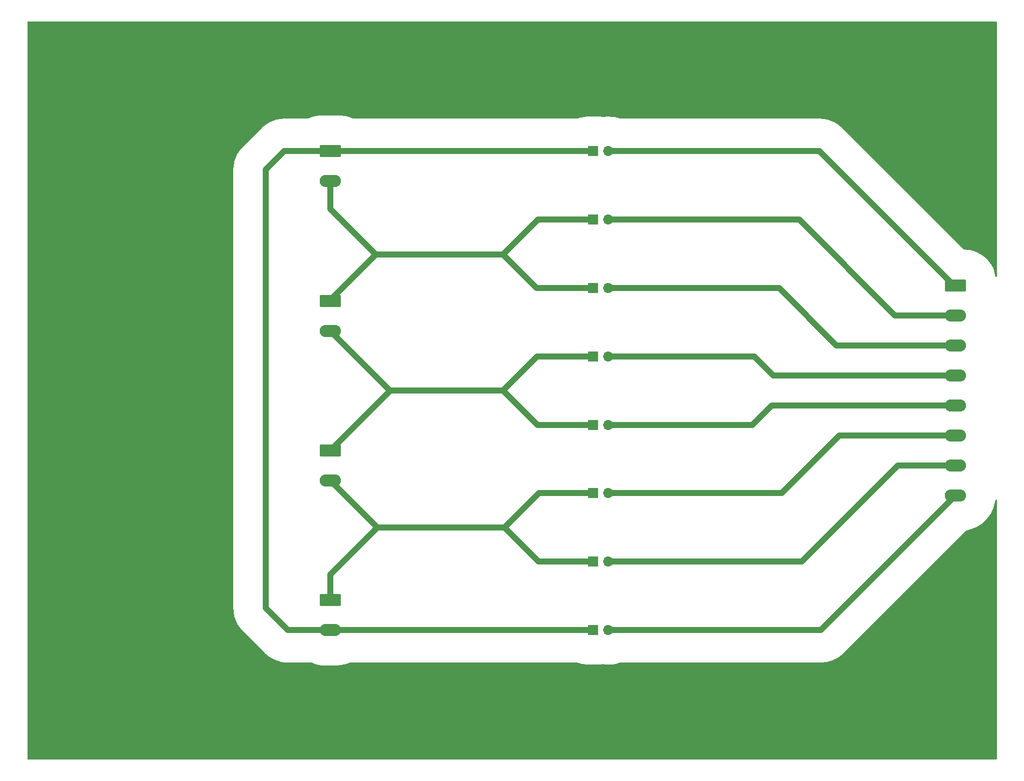
<source format=gbl>
%TF.GenerationSoftware,KiCad,Pcbnew,(6.0.11)*%
%TF.CreationDate,2023-08-08T10:57:20-03:00*%
%TF.ProjectId,qds-cv-jig-hw,7164732d-6376-42d6-9a69-672d68772e6b,rev?*%
%TF.SameCoordinates,Original*%
%TF.FileFunction,Copper,L2,Bot*%
%TF.FilePolarity,Positive*%
%FSLAX46Y46*%
G04 Gerber Fmt 4.6, Leading zero omitted, Abs format (unit mm)*
G04 Created by KiCad (PCBNEW (6.0.11)) date 2023-08-08 10:57:20*
%MOMM*%
%LPD*%
G01*
G04 APERTURE LIST*
G04 Aperture macros list*
%AMRoundRect*
0 Rectangle with rounded corners*
0 $1 Rounding radius*
0 $2 $3 $4 $5 $6 $7 $8 $9 X,Y pos of 4 corners*
0 Add a 4 corners polygon primitive as box body*
4,1,4,$2,$3,$4,$5,$6,$7,$8,$9,$2,$3,0*
0 Add four circle primitives for the rounded corners*
1,1,$1+$1,$2,$3*
1,1,$1+$1,$4,$5*
1,1,$1+$1,$6,$7*
1,1,$1+$1,$8,$9*
0 Add four rect primitives between the rounded corners*
20,1,$1+$1,$2,$3,$4,$5,0*
20,1,$1+$1,$4,$5,$6,$7,0*
20,1,$1+$1,$6,$7,$8,$9,0*
20,1,$1+$1,$8,$9,$2,$3,0*%
G04 Aperture macros list end*
%TA.AperFunction,ComponentPad*%
%ADD10C,15.000000*%
%TD*%
%TA.AperFunction,ComponentPad*%
%ADD11C,6.400000*%
%TD*%
%TA.AperFunction,ComponentPad*%
%ADD12O,3.600000X2.080000*%
%TD*%
%TA.AperFunction,ComponentPad*%
%ADD13RoundRect,0.249999X-1.550001X0.790001X-1.550001X-0.790001X1.550001X-0.790001X1.550001X0.790001X0*%
%TD*%
%TA.AperFunction,ComponentPad*%
%ADD14R,1.700000X1.700000*%
%TD*%
%TA.AperFunction,ComponentPad*%
%ADD15O,1.700000X1.700000*%
%TD*%
%TA.AperFunction,Conductor*%
%ADD16C,1.000000*%
%TD*%
G04 APERTURE END LIST*
D10*
%TO.P,H7,1,1*%
%TO.N,GND*%
X80000000Y-130000000D03*
%TD*%
%TO.P,H6,1,1*%
%TO.N,GND*%
X80000000Y-97000000D03*
%TD*%
%TO.P,H5,1,1*%
%TO.N,GND*%
X80000000Y-64000000D03*
%TD*%
D11*
%TO.P,H4,1,1*%
%TO.N,GND*%
X222000000Y-155000000D03*
%TD*%
%TO.P,H3,1,1*%
%TO.N,GND*%
X222000000Y-40000000D03*
%TD*%
%TO.P,H2,1,1*%
%TO.N,GND*%
X68000000Y-155000000D03*
%TD*%
%TO.P,H1,1,1*%
%TO.N,GND*%
X68000000Y-40000000D03*
%TD*%
D12*
%TO.P,J13,8,Pin_8*%
%TO.N,Net-(J12-Pad2)*%
X220000000Y-115280000D03*
%TO.P,J13,7,Pin_7*%
%TO.N,Net-(J11-Pad2)*%
X220000000Y-110200000D03*
%TO.P,J13,6,Pin_6*%
%TO.N,Net-(J10-Pad2)*%
X220000000Y-105120000D03*
%TO.P,J13,5,Pin_5*%
%TO.N,Net-(J13-Pad5)*%
X220000000Y-100040000D03*
%TO.P,J13,4,Pin_4*%
%TO.N,Net-(J13-Pad4)*%
X220000000Y-94960000D03*
%TO.P,J13,3,Pin_3*%
%TO.N,Net-(J13-Pad3)*%
X220000000Y-89880000D03*
%TO.P,J13,2,Pin_2*%
%TO.N,Net-(J13-Pad2)*%
X220000000Y-84800000D03*
D13*
%TO.P,J13,1,Pin_1*%
%TO.N,Net-(J13-Pad1)*%
X220000000Y-79720000D03*
%TD*%
D14*
%TO.P,J12,1,Pin_1*%
%TO.N,Net-(J1-Pad1)*%
X158725000Y-138080000D03*
D15*
%TO.P,J12,2,Pin_2*%
%TO.N,Net-(J12-Pad2)*%
X161265000Y-138080000D03*
%TD*%
D14*
%TO.P,J9,1,Pin_1*%
%TO.N,Net-(J2-Pad2)*%
X158725000Y-103331428D03*
D15*
%TO.P,J9,2,Pin_2*%
%TO.N,Net-(J13-Pad5)*%
X161265000Y-103331428D03*
%TD*%
D14*
%TO.P,J7,1,Pin_1*%
%TO.N,Net-(J1-Pad2)*%
X158725000Y-80165714D03*
D15*
%TO.P,J7,2,Pin_2*%
%TO.N,Net-(J13-Pad3)*%
X161265000Y-80165714D03*
%TD*%
D14*
%TO.P,J5,1,Pin_1*%
%TO.N,Net-(J1-Pad1)*%
X158725000Y-57000000D03*
D15*
%TO.P,J5,2,Pin_2*%
%TO.N,Net-(J13-Pad1)*%
X161265000Y-57000000D03*
%TD*%
D12*
%TO.P,J4,2,Pin_2*%
%TO.N,Net-(J1-Pad1)*%
X114277500Y-138080000D03*
D13*
%TO.P,J4,1,Pin_1*%
%TO.N,Net-(J10-Pad1)*%
X114277500Y-133000000D03*
%TD*%
D12*
%TO.P,J3,2,Pin_2*%
%TO.N,Net-(J10-Pad1)*%
X114277500Y-112746666D03*
D13*
%TO.P,J3,1,Pin_1*%
%TO.N,Net-(J2-Pad2)*%
X114277500Y-107666666D03*
%TD*%
%TO.P,J1,1,Pin_1*%
%TO.N,Net-(J1-Pad1)*%
X114277500Y-57000000D03*
D12*
%TO.P,J1,2,Pin_2*%
%TO.N,Net-(J1-Pad2)*%
X114277500Y-62080000D03*
%TD*%
D13*
%TO.P,J2,1,Pin_1*%
%TO.N,Net-(J1-Pad2)*%
X114277500Y-82333333D03*
D12*
%TO.P,J2,2,Pin_2*%
%TO.N,Net-(J2-Pad2)*%
X114277500Y-87413333D03*
%TD*%
D14*
%TO.P,J11,1,Pin_1*%
%TO.N,Net-(J10-Pad1)*%
X158725000Y-126497142D03*
D15*
%TO.P,J11,2,Pin_2*%
%TO.N,Net-(J11-Pad2)*%
X161265000Y-126497142D03*
%TD*%
D14*
%TO.P,J10,1,Pin_1*%
%TO.N,Net-(J10-Pad1)*%
X158725000Y-114914285D03*
D15*
%TO.P,J10,2,Pin_2*%
%TO.N,Net-(J10-Pad2)*%
X161265000Y-114914285D03*
%TD*%
D14*
%TO.P,J6,1,Pin_1*%
%TO.N,Net-(J1-Pad2)*%
X158725000Y-68582857D03*
D15*
%TO.P,J6,2,Pin_2*%
%TO.N,Net-(J13-Pad2)*%
X161265000Y-68582857D03*
%TD*%
D14*
%TO.P,J8,1,Pin_1*%
%TO.N,Net-(J2-Pad2)*%
X158725000Y-91748571D03*
D15*
%TO.P,J8,2,Pin_2*%
%TO.N,Net-(J13-Pad4)*%
X161265000Y-91748571D03*
%TD*%
D16*
%TO.N,Net-(J1-Pad1)*%
X107080000Y-138080000D02*
X114277500Y-138080000D01*
X106500000Y-57000000D02*
X103370000Y-60130000D01*
X103370000Y-60130000D02*
X103370000Y-134370000D01*
X114277500Y-57000000D02*
X106500000Y-57000000D01*
X103370000Y-134370000D02*
X107080000Y-138080000D01*
%TO.N,Net-(J10-Pad1)*%
X114277500Y-128722500D02*
X122250000Y-120750000D01*
X114277500Y-133000000D02*
X114277500Y-128722500D01*
X122250000Y-120750000D02*
X114277500Y-112777500D01*
X114277500Y-112777500D02*
X114277500Y-112746666D01*
X143750000Y-120750000D02*
X122250000Y-120750000D01*
X143750000Y-120750000D02*
X149497142Y-126497142D01*
X149497142Y-126497142D02*
X158725000Y-126497142D01*
X149585715Y-114914285D02*
X143750000Y-120750000D01*
X158725000Y-114914285D02*
X149585715Y-114914285D01*
%TO.N,Net-(J2-Pad2)*%
X124444166Y-97500000D02*
X124364167Y-97500000D01*
X124364167Y-97500000D02*
X114277500Y-87413333D01*
X124444166Y-97500000D02*
X114277500Y-107666666D01*
X143500000Y-97500000D02*
X124444166Y-97500000D01*
X149331428Y-103331428D02*
X158725000Y-103331428D01*
X149251429Y-91748571D02*
X143500000Y-97500000D01*
X143500000Y-97500000D02*
X149331428Y-103331428D01*
X158725000Y-91748571D02*
X149251429Y-91748571D01*
%TO.N,Net-(J1-Pad2)*%
X122000000Y-74500000D02*
X114277500Y-82222500D01*
X114277500Y-82222500D02*
X114277500Y-82333333D01*
X143500000Y-74500000D02*
X122000000Y-74500000D01*
X114277500Y-62080000D02*
X114277500Y-66777500D01*
X114277500Y-66777500D02*
X122000000Y-74500000D01*
X149165714Y-80165714D02*
X158725000Y-80165714D01*
X143500000Y-74500000D02*
X149165714Y-80165714D01*
X149417143Y-68582857D02*
X143500000Y-74500000D01*
X158725000Y-68582857D02*
X149417143Y-68582857D01*
%TO.N,Net-(J11-Pad2)*%
X210300000Y-110200000D02*
X220000000Y-110200000D01*
X194002858Y-126497142D02*
X210300000Y-110200000D01*
X161265000Y-126497142D02*
X194002858Y-126497142D01*
%TO.N,Net-(J10-Pad2)*%
X190585715Y-114914285D02*
X200380000Y-105120000D01*
X161265000Y-114914285D02*
X190585715Y-114914285D01*
X200380000Y-105120000D02*
X220000000Y-105120000D01*
%TO.N,Net-(J12-Pad2)*%
X197200000Y-138080000D02*
X220000000Y-115280000D01*
X161265000Y-138080000D02*
X197200000Y-138080000D01*
%TO.N,Net-(J13-Pad5)*%
X188960000Y-100040000D02*
X220000000Y-100040000D01*
X185668572Y-103331428D02*
X188960000Y-100040000D01*
X161265000Y-103331428D02*
X185668572Y-103331428D01*
%TO.N,Net-(J13-Pad1)*%
X197000000Y-57000000D02*
X219720000Y-79720000D01*
X161265000Y-57000000D02*
X197000000Y-57000000D01*
X219720000Y-79720000D02*
X220000000Y-79720000D01*
%TO.N,Net-(J13-Pad4)*%
X189210000Y-94960000D02*
X220000000Y-94960000D01*
X161265000Y-91748571D02*
X185998571Y-91748571D01*
X185998571Y-91748571D02*
X189210000Y-94960000D01*
%TO.N,Net-(J13-Pad2)*%
X209800000Y-84800000D02*
X220000000Y-84800000D01*
X193582857Y-68582857D02*
X209800000Y-84800000D01*
X161265000Y-68582857D02*
X193582857Y-68582857D01*
%TO.N,Net-(J13-Pad3)*%
X199880000Y-89880000D02*
X220000000Y-89880000D01*
X190165714Y-80165714D02*
X199880000Y-89880000D01*
X161265000Y-80165714D02*
X190165714Y-80165714D01*
%TO.N,Net-(J1-Pad1)*%
X114277500Y-138080000D02*
X158725000Y-138080000D01*
X114277500Y-57000000D02*
X158725000Y-57000000D01*
%TD*%
%TA.AperFunction,Conductor*%
%TO.N,GND*%
G36*
X226941121Y-35021002D02*
G01*
X226987614Y-35074658D01*
X226999000Y-35127000D01*
X226999000Y-78171234D01*
X226978998Y-78239355D01*
X226925342Y-78285848D01*
X226855068Y-78295952D01*
X226790488Y-78266458D01*
X226752104Y-78206732D01*
X226748078Y-78187680D01*
X226726018Y-78020116D01*
X226726017Y-78020110D01*
X226725659Y-78017391D01*
X226626425Y-77569775D01*
X226488557Y-77132512D01*
X226313102Y-76708928D01*
X226101398Y-76302248D01*
X225855055Y-75915567D01*
X225853391Y-75913399D01*
X225853383Y-75913387D01*
X225577630Y-75554020D01*
X225575948Y-75551828D01*
X225574090Y-75549800D01*
X225574083Y-75549792D01*
X225268052Y-75215819D01*
X225266201Y-75213799D01*
X225061171Y-75025923D01*
X224930208Y-74905917D01*
X224930200Y-74905910D01*
X224928172Y-74904052D01*
X224894512Y-74878224D01*
X224566613Y-74626617D01*
X224566601Y-74626609D01*
X224564433Y-74624945D01*
X224177751Y-74378602D01*
X223771072Y-74166898D01*
X223347488Y-73991443D01*
X223344868Y-73990617D01*
X223344860Y-73990614D01*
X222912855Y-73854404D01*
X222912850Y-73854403D01*
X222910225Y-73853575D01*
X222462609Y-73754341D01*
X222459890Y-73753983D01*
X222459884Y-73753982D01*
X222289373Y-73731534D01*
X222008048Y-73694497D01*
X222005299Y-73694377D01*
X222005288Y-73694376D01*
X221665940Y-73679560D01*
X221665936Y-73679560D01*
X221664564Y-73679500D01*
X221510571Y-73679500D01*
X221442450Y-73659498D01*
X221421476Y-73642595D01*
X211221948Y-63443066D01*
X200995407Y-53216525D01*
X200990866Y-53211741D01*
X200935263Y-53149988D01*
X200933501Y-53148031D01*
X200925304Y-53140333D01*
X200826812Y-53047843D01*
X200823970Y-53045088D01*
X200805742Y-53026860D01*
X200744821Y-52970840D01*
X200743996Y-52970073D01*
X200597382Y-52832393D01*
X200578387Y-52817337D01*
X200571375Y-52811348D01*
X200555486Y-52796738D01*
X200553543Y-52794951D01*
X200394637Y-52671691D01*
X200393598Y-52670876D01*
X200362226Y-52646011D01*
X200236029Y-52545988D01*
X200233842Y-52544535D01*
X200233831Y-52544527D01*
X200217027Y-52533363D01*
X200215855Y-52532585D01*
X200208354Y-52527195D01*
X200191298Y-52513964D01*
X200191288Y-52513957D01*
X200189210Y-52512345D01*
X200187006Y-52510914D01*
X200186998Y-52510908D01*
X200020542Y-52402811D01*
X200019439Y-52402086D01*
X199854182Y-52292290D01*
X199851977Y-52290825D01*
X199830727Y-52279143D01*
X199822827Y-52274414D01*
X199804724Y-52262658D01*
X199804723Y-52262657D01*
X199802508Y-52261219D01*
X199625369Y-52166238D01*
X199624246Y-52165629D01*
X199622657Y-52164755D01*
X199447922Y-52068694D01*
X199425786Y-52058839D01*
X199417488Y-52054774D01*
X199398477Y-52044580D01*
X199396148Y-52043331D01*
X199230575Y-51971680D01*
X199211594Y-51963466D01*
X199210387Y-51962936D01*
X199029111Y-51882227D01*
X199029098Y-51882222D01*
X199026695Y-51881152D01*
X199003806Y-51873182D01*
X198995219Y-51869833D01*
X198975419Y-51861264D01*
X198975417Y-51861263D01*
X198972981Y-51860209D01*
X198782275Y-51796030D01*
X198781094Y-51795625D01*
X198591253Y-51729515D01*
X198588701Y-51728860D01*
X198588692Y-51728857D01*
X198567788Y-51723490D01*
X198558936Y-51720868D01*
X198557869Y-51720509D01*
X198535975Y-51713141D01*
X198340576Y-51665147D01*
X198339427Y-51664858D01*
X198203762Y-51630025D01*
X198147225Y-51615508D01*
X198147222Y-51615507D01*
X198144650Y-51614847D01*
X198142039Y-51614405D01*
X198142028Y-51614403D01*
X198120767Y-51610807D01*
X198111727Y-51608935D01*
X198090756Y-51603784D01*
X198090750Y-51603783D01*
X198088194Y-51603155D01*
X198085603Y-51602745D01*
X198085595Y-51602743D01*
X197999147Y-51589051D01*
X197889422Y-51571673D01*
X197888291Y-51571487D01*
X197769503Y-51551395D01*
X197692632Y-51538393D01*
X197692625Y-51538392D01*
X197690017Y-51537951D01*
X197687384Y-51537730D01*
X197687377Y-51537729D01*
X197665879Y-51535924D01*
X197656711Y-51534815D01*
X197635385Y-51531437D01*
X197635379Y-51531436D01*
X197632782Y-51531025D01*
X197630157Y-51530832D01*
X197630155Y-51530832D01*
X197432236Y-51516298D01*
X197430921Y-51516194D01*
X197234740Y-51499720D01*
X197234734Y-51499720D01*
X197232117Y-51499500D01*
X197208114Y-51499500D01*
X197198886Y-51499162D01*
X197172931Y-51497256D01*
X196964554Y-51499438D01*
X196959301Y-51499493D01*
X196957982Y-51499500D01*
X163291657Y-51499500D01*
X163244767Y-51490450D01*
X163219607Y-51480361D01*
X162760763Y-51338764D01*
X162291860Y-51235240D01*
X161816051Y-51170485D01*
X161813483Y-51170348D01*
X161813481Y-51170348D01*
X161339116Y-51145072D01*
X161339106Y-51145072D01*
X161336537Y-51144935D01*
X161333963Y-51145009D01*
X161333952Y-51145009D01*
X161062943Y-51152816D01*
X160856541Y-51158762D01*
X160754416Y-51170127D01*
X160403100Y-51209222D01*
X160374354Y-51209122D01*
X160145840Y-51182076D01*
X159941597Y-51157902D01*
X159939048Y-51157809D01*
X159939041Y-51157808D01*
X159851466Y-51154597D01*
X159712453Y-51149500D01*
X158725838Y-51149500D01*
X157737548Y-51149501D01*
X157616545Y-51153937D01*
X157510958Y-51157808D01*
X157510950Y-51157809D01*
X157508403Y-51157902D01*
X157505882Y-51158200D01*
X157505874Y-51158201D01*
X157303084Y-51182203D01*
X157066086Y-51210254D01*
X157063367Y-51210825D01*
X157063358Y-51210826D01*
X156848130Y-51255986D01*
X156630173Y-51301718D01*
X156627518Y-51302527D01*
X156627511Y-51302529D01*
X156508621Y-51338764D01*
X156204116Y-51431570D01*
X156201539Y-51432614D01*
X156201530Y-51432617D01*
X156059158Y-51490284D01*
X156011856Y-51499500D01*
X118180451Y-51499500D01*
X118122270Y-51485263D01*
X118112854Y-51480361D01*
X118048572Y-51446898D01*
X117624988Y-51271443D01*
X117622368Y-51270617D01*
X117622360Y-51270614D01*
X117190355Y-51134404D01*
X117190350Y-51134403D01*
X117187725Y-51133575D01*
X116740109Y-51034341D01*
X116737390Y-51033983D01*
X116737384Y-51033982D01*
X116566873Y-51011534D01*
X116285548Y-50974497D01*
X116282799Y-50974377D01*
X116282788Y-50974376D01*
X115943440Y-50959560D01*
X115943436Y-50959560D01*
X115942064Y-50959500D01*
X112612936Y-50959500D01*
X112611564Y-50959560D01*
X112611560Y-50959560D01*
X112272212Y-50974376D01*
X112272201Y-50974377D01*
X112269452Y-50974497D01*
X111988127Y-51011534D01*
X111817616Y-51033982D01*
X111817610Y-51033983D01*
X111814891Y-51034341D01*
X111367275Y-51133575D01*
X111364650Y-51134403D01*
X111364645Y-51134404D01*
X110932640Y-51270614D01*
X110932632Y-51270617D01*
X110930012Y-51271443D01*
X110506428Y-51446898D01*
X110432726Y-51485265D01*
X110374549Y-51499500D01*
X106649831Y-51499500D01*
X106643237Y-51499327D01*
X106560292Y-51494980D01*
X106560284Y-51494980D01*
X106557652Y-51494842D01*
X106414925Y-51499327D01*
X106411393Y-51499438D01*
X106407436Y-51499500D01*
X106381632Y-51499500D01*
X106299078Y-51502960D01*
X106297778Y-51503009D01*
X106096790Y-51509324D01*
X106072711Y-51512110D01*
X106063547Y-51512831D01*
X106039315Y-51513847D01*
X105839787Y-51539053D01*
X105838593Y-51539198D01*
X105638756Y-51562320D01*
X105636185Y-51562838D01*
X105636175Y-51562840D01*
X105615015Y-51567107D01*
X105605902Y-51568599D01*
X105584499Y-51571303D01*
X105584481Y-51571306D01*
X105581861Y-51571637D01*
X105579288Y-51572184D01*
X105579258Y-51572189D01*
X105385136Y-51613452D01*
X105383853Y-51613718D01*
X105374975Y-51615508D01*
X105189355Y-51652935D01*
X105189351Y-51652936D01*
X105186762Y-51653458D01*
X105184232Y-51654193D01*
X105184224Y-51654195D01*
X105163493Y-51660218D01*
X105154539Y-51662468D01*
X105130848Y-51667503D01*
X104938338Y-51725626D01*
X104937200Y-51725963D01*
X104743982Y-51782098D01*
X104721355Y-51790784D01*
X104712632Y-51793770D01*
X104689438Y-51800773D01*
X104686989Y-51801743D01*
X104686985Y-51801744D01*
X104502505Y-51874784D01*
X104501277Y-51875263D01*
X104423261Y-51905211D01*
X104313517Y-51947338D01*
X104311144Y-51948485D01*
X104311142Y-51948486D01*
X104291701Y-51957884D01*
X104283249Y-51961594D01*
X104260727Y-51970511D01*
X104258373Y-51971680D01*
X104258372Y-51971680D01*
X104080545Y-52059954D01*
X104079364Y-52060532D01*
X103898390Y-52148019D01*
X103877523Y-52160359D01*
X103869444Y-52164746D01*
X103847724Y-52175528D01*
X103845457Y-52176901D01*
X103675682Y-52279720D01*
X103674550Y-52280397D01*
X103501511Y-52382732D01*
X103499354Y-52384265D01*
X103481760Y-52396767D01*
X103474051Y-52401831D01*
X103455597Y-52413008D01*
X103455591Y-52413012D01*
X103453324Y-52414385D01*
X103290635Y-52532586D01*
X103290625Y-52532593D01*
X103289574Y-52533348D01*
X103125663Y-52649833D01*
X103123641Y-52651542D01*
X103123638Y-52651544D01*
X103107161Y-52665468D01*
X103099897Y-52671164D01*
X103080295Y-52685406D01*
X103078294Y-52687133D01*
X103078293Y-52687134D01*
X102928126Y-52816755D01*
X102927123Y-52817612D01*
X102774690Y-52946428D01*
X102757714Y-52963404D01*
X102750950Y-52969690D01*
X102733245Y-52984972D01*
X102733238Y-52984979D01*
X102731253Y-52986692D01*
X102581714Y-53139396D01*
X102580785Y-53140333D01*
X99586524Y-56134594D01*
X99581740Y-56139135D01*
X99518031Y-56196499D01*
X99516228Y-56198419D01*
X99516227Y-56198420D01*
X99417843Y-56303188D01*
X99415088Y-56306030D01*
X99396860Y-56324258D01*
X99340840Y-56385179D01*
X99340073Y-56386004D01*
X99202393Y-56532618D01*
X99187337Y-56551613D01*
X99181351Y-56558621D01*
X99164951Y-56576457D01*
X99163334Y-56578542D01*
X99163332Y-56578544D01*
X99041691Y-56735363D01*
X99040876Y-56736402D01*
X98915988Y-56893971D01*
X98914535Y-56896158D01*
X98914527Y-56896169D01*
X98902586Y-56914143D01*
X98897195Y-56921646D01*
X98883964Y-56938702D01*
X98883957Y-56938712D01*
X98882345Y-56940790D01*
X98880914Y-56942994D01*
X98880908Y-56943002D01*
X98772811Y-57109458D01*
X98772087Y-57110559D01*
X98660825Y-57278023D01*
X98649143Y-57299273D01*
X98644414Y-57307173D01*
X98631219Y-57327492D01*
X98629971Y-57329820D01*
X98536258Y-57504594D01*
X98535645Y-57505724D01*
X98438694Y-57682078D01*
X98437623Y-57684484D01*
X98428839Y-57704214D01*
X98424774Y-57712511D01*
X98413331Y-57733852D01*
X98412283Y-57736275D01*
X98412281Y-57736278D01*
X98333466Y-57918406D01*
X98332936Y-57919613D01*
X98252227Y-58100889D01*
X98252222Y-58100902D01*
X98251152Y-58103305D01*
X98243182Y-58126194D01*
X98239835Y-58134776D01*
X98230209Y-58157019D01*
X98229364Y-58159531D01*
X98166040Y-58347695D01*
X98165625Y-58348906D01*
X98099515Y-58538747D01*
X98098860Y-58541299D01*
X98098857Y-58541308D01*
X98093490Y-58562212D01*
X98090868Y-58571064D01*
X98083141Y-58594025D01*
X98082510Y-58596595D01*
X98035162Y-58789363D01*
X98034858Y-58790573D01*
X97984847Y-58985350D01*
X97984405Y-58987961D01*
X97984403Y-58987972D01*
X97980807Y-59009233D01*
X97978935Y-59018272D01*
X97973155Y-59041806D01*
X97972745Y-59044397D01*
X97972743Y-59044405D01*
X97941685Y-59240502D01*
X97941487Y-59241709D01*
X97907951Y-59439983D01*
X97907730Y-59442616D01*
X97907729Y-59442623D01*
X97905924Y-59464121D01*
X97904815Y-59473287D01*
X97901025Y-59497218D01*
X97900832Y-59499843D01*
X97900832Y-59499845D01*
X97886298Y-59697764D01*
X97886194Y-59699079D01*
X97869500Y-59897883D01*
X97869500Y-59921886D01*
X97869162Y-59931114D01*
X97867256Y-59957069D01*
X97867284Y-59959707D01*
X97869493Y-60170699D01*
X97869500Y-60172018D01*
X97869500Y-134220154D01*
X97869327Y-134226748D01*
X97864841Y-134312348D01*
X97864924Y-134314984D01*
X97869438Y-134458629D01*
X97869500Y-134462587D01*
X97869500Y-134488368D01*
X97869556Y-134489697D01*
X97872958Y-134570866D01*
X97873006Y-134572161D01*
X97879324Y-134773210D01*
X97882110Y-134797289D01*
X97882831Y-134806453D01*
X97883847Y-134830685D01*
X97884179Y-134833311D01*
X97909046Y-135030151D01*
X97909198Y-135031407D01*
X97932320Y-135231244D01*
X97932838Y-135233815D01*
X97932840Y-135233825D01*
X97937107Y-135254985D01*
X97938599Y-135264098D01*
X97941303Y-135285501D01*
X97941306Y-135285519D01*
X97941637Y-135288139D01*
X97942183Y-135290710D01*
X97942185Y-135290719D01*
X97983455Y-135484874D01*
X97983711Y-135486114D01*
X98023458Y-135683237D01*
X98024191Y-135685759D01*
X98030216Y-135706498D01*
X98032464Y-135715450D01*
X98036954Y-135736571D01*
X98037503Y-135739152D01*
X98038264Y-135741672D01*
X98095609Y-135931608D01*
X98095966Y-135932812D01*
X98152098Y-136126018D01*
X98153043Y-136128479D01*
X98160782Y-136148640D01*
X98163770Y-136157368D01*
X98170773Y-136180562D01*
X98232560Y-136336618D01*
X98244817Y-136367576D01*
X98245296Y-136368806D01*
X98317338Y-136556482D01*
X98318486Y-136558858D01*
X98318490Y-136558866D01*
X98327880Y-136578290D01*
X98331590Y-136586741D01*
X98340511Y-136609273D01*
X98429981Y-136789507D01*
X98430487Y-136790540D01*
X98518019Y-136971610D01*
X98519357Y-136973873D01*
X98519367Y-136973891D01*
X98530345Y-136992452D01*
X98534754Y-137000571D01*
X98544351Y-137019906D01*
X98544356Y-137019916D01*
X98545528Y-137022276D01*
X98546902Y-137024544D01*
X98649734Y-137194341D01*
X98650411Y-137195473D01*
X98752732Y-137368488D01*
X98766772Y-137388244D01*
X98771826Y-137395938D01*
X98784385Y-137416676D01*
X98785934Y-137418808D01*
X98902599Y-137579384D01*
X98903354Y-137580435D01*
X99019832Y-137744336D01*
X99021531Y-137746346D01*
X99035472Y-137762843D01*
X99041166Y-137770105D01*
X99055406Y-137789705D01*
X99057131Y-137791703D01*
X99186775Y-137941897D01*
X99187632Y-137942900D01*
X99316428Y-138095309D01*
X99333398Y-138112279D01*
X99339683Y-138119042D01*
X99356692Y-138138747D01*
X99508527Y-138287435D01*
X99509397Y-138288287D01*
X99510334Y-138289215D01*
X103084584Y-141863465D01*
X103089125Y-141868249D01*
X103146499Y-141931969D01*
X103148419Y-141933772D01*
X103148420Y-141933773D01*
X103253205Y-142032173D01*
X103256047Y-142034928D01*
X103274258Y-142053139D01*
X103335170Y-142109151D01*
X103335933Y-142109860D01*
X103482618Y-142247607D01*
X103501612Y-142262661D01*
X103508620Y-142268647D01*
X103526457Y-142285049D01*
X103647017Y-142378564D01*
X103685337Y-142408289D01*
X103686376Y-142409104D01*
X103710809Y-142428469D01*
X103843971Y-142534012D01*
X103862964Y-142546631D01*
X103864154Y-142547422D01*
X103871650Y-142552808D01*
X103890790Y-142567654D01*
X104039252Y-142664066D01*
X104059421Y-142677164D01*
X104060522Y-142677888D01*
X104228023Y-142789175D01*
X104246967Y-142799589D01*
X104249246Y-142800842D01*
X104257168Y-142805583D01*
X104271094Y-142814626D01*
X104277492Y-142818781D01*
X104439501Y-142905649D01*
X104454594Y-142913742D01*
X104455724Y-142914355D01*
X104632078Y-143011306D01*
X104634484Y-143012377D01*
X104654214Y-143021161D01*
X104662511Y-143025226D01*
X104683852Y-143036669D01*
X104686275Y-143037717D01*
X104686278Y-143037719D01*
X104868406Y-143116534D01*
X104869613Y-143117064D01*
X105050889Y-143197773D01*
X105050902Y-143197778D01*
X105053305Y-143198848D01*
X105076194Y-143206818D01*
X105084776Y-143210165D01*
X105107019Y-143219791D01*
X105297725Y-143283970D01*
X105298906Y-143284375D01*
X105488747Y-143350485D01*
X105491299Y-143351140D01*
X105491308Y-143351143D01*
X105512212Y-143356510D01*
X105521064Y-143359132D01*
X105544025Y-143366859D01*
X105739385Y-143414843D01*
X105740534Y-143415132D01*
X105935350Y-143465153D01*
X105959268Y-143469199D01*
X105968263Y-143471061D01*
X105991806Y-143476844D01*
X105994397Y-143477254D01*
X105994405Y-143477256D01*
X106080485Y-143490890D01*
X106190526Y-143508318D01*
X106191656Y-143508504D01*
X106389983Y-143542049D01*
X106407932Y-143543556D01*
X106414121Y-143544076D01*
X106423287Y-143545185D01*
X106440845Y-143547966D01*
X106447218Y-143548975D01*
X106449843Y-143549168D01*
X106449845Y-143549168D01*
X106647764Y-143563702D01*
X106649079Y-143563806D01*
X106845260Y-143580280D01*
X106845266Y-143580280D01*
X106847883Y-143580500D01*
X106871886Y-143580500D01*
X106881114Y-143580838D01*
X106907069Y-143582744D01*
X107120698Y-143580507D01*
X107122018Y-143580500D01*
X110987066Y-143580500D01*
X111042103Y-143593156D01*
X111094897Y-143618792D01*
X111094909Y-143618797D01*
X111097178Y-143619899D01*
X111273212Y-143688532D01*
X111546918Y-143795246D01*
X111546923Y-143795248D01*
X111549268Y-143796162D01*
X112014038Y-143935600D01*
X112271729Y-143990844D01*
X112486033Y-144036787D01*
X112486042Y-144036789D01*
X112488493Y-144037314D01*
X112688850Y-144063691D01*
X112967070Y-144100320D01*
X112967075Y-144100320D01*
X112969578Y-144100650D01*
X112972092Y-144100777D01*
X112972099Y-144100778D01*
X113359827Y-144120420D01*
X113359844Y-144120420D01*
X113361415Y-144120500D01*
X115162763Y-144120500D01*
X115362079Y-144112495D01*
X115519810Y-144106160D01*
X115519815Y-144106160D01*
X115522345Y-144106058D01*
X116004067Y-144047763D01*
X116479561Y-143951022D01*
X116481995Y-143950320D01*
X116482001Y-143950318D01*
X116943335Y-143817161D01*
X116943342Y-143817159D01*
X116945766Y-143816459D01*
X117399677Y-143644941D01*
X117510435Y-143592586D01*
X117564282Y-143580500D01*
X156011856Y-143580500D01*
X156059158Y-143589716D01*
X156201530Y-143647383D01*
X156201539Y-143647386D01*
X156204116Y-143648430D01*
X156332919Y-143687686D01*
X156627511Y-143777471D01*
X156627518Y-143777473D01*
X156630173Y-143778282D01*
X156848129Y-143824014D01*
X157063358Y-143869174D01*
X157063367Y-143869175D01*
X157066086Y-143869746D01*
X157508403Y-143922098D01*
X157510952Y-143922191D01*
X157510959Y-143922192D01*
X157598534Y-143925403D01*
X157737547Y-143930500D01*
X158724162Y-143930500D01*
X159712452Y-143930499D01*
X159833455Y-143926063D01*
X159939042Y-143922192D01*
X159939050Y-143922191D01*
X159941597Y-143922098D01*
X159944118Y-143921800D01*
X159944126Y-143921799D01*
X160383914Y-143869746D01*
X160383959Y-143870125D01*
X160421208Y-143870075D01*
X160444275Y-143873790D01*
X160571685Y-143894312D01*
X160777459Y-143910326D01*
X161047859Y-143931369D01*
X161047867Y-143931369D01*
X161050433Y-143931569D01*
X161053004Y-143931558D01*
X161053010Y-143931558D01*
X161290528Y-143930521D01*
X161530623Y-143929474D01*
X162009027Y-143888040D01*
X162011577Y-143887606D01*
X162011588Y-143887605D01*
X162479887Y-143807977D01*
X162479890Y-143807976D01*
X162482427Y-143807545D01*
X162756492Y-143737432D01*
X162945135Y-143689173D01*
X162945139Y-143689172D01*
X162947640Y-143688532D01*
X163194422Y-143603317D01*
X163240514Y-143587401D01*
X163281640Y-143580500D01*
X197050154Y-143580500D01*
X197056748Y-143580673D01*
X197139708Y-143585021D01*
X197139716Y-143585021D01*
X197142348Y-143585159D01*
X197288629Y-143580562D01*
X197292587Y-143580500D01*
X197318368Y-143580500D01*
X197400903Y-143577041D01*
X197402161Y-143576994D01*
X197603210Y-143570676D01*
X197605809Y-143570375D01*
X197605813Y-143570375D01*
X197611475Y-143569720D01*
X197627289Y-143567890D01*
X197636453Y-143567169D01*
X197660685Y-143566153D01*
X197860213Y-143540947D01*
X197861407Y-143540802D01*
X198061244Y-143517680D01*
X198063815Y-143517162D01*
X198063825Y-143517160D01*
X198084985Y-143512893D01*
X198094098Y-143511401D01*
X198115501Y-143508697D01*
X198115519Y-143508694D01*
X198118139Y-143508363D01*
X198120710Y-143507817D01*
X198120719Y-143507815D01*
X198264484Y-143477256D01*
X198314918Y-143466536D01*
X198316114Y-143466289D01*
X198513237Y-143426542D01*
X198536497Y-143419784D01*
X198545450Y-143417536D01*
X198566571Y-143413046D01*
X198566580Y-143413044D01*
X198569152Y-143412497D01*
X198761674Y-143354372D01*
X198762812Y-143354034D01*
X198956018Y-143297902D01*
X198978645Y-143289216D01*
X198987368Y-143286230D01*
X199010562Y-143279227D01*
X199197576Y-143205183D01*
X199198806Y-143204704D01*
X199251724Y-143184391D01*
X199386482Y-143132662D01*
X199388858Y-143131514D01*
X199388866Y-143131510D01*
X199408290Y-143122120D01*
X199416742Y-143118410D01*
X199420142Y-143117064D01*
X199439273Y-143109489D01*
X199619507Y-143020019D01*
X199620540Y-143019513D01*
X199683223Y-142989211D01*
X199799230Y-142933132D01*
X199799239Y-142933127D01*
X199801610Y-142931981D01*
X199803873Y-142930643D01*
X199803891Y-142930633D01*
X199822452Y-142919655D01*
X199830563Y-142915251D01*
X199838753Y-142911185D01*
X199849906Y-142905649D01*
X199849916Y-142905644D01*
X199852276Y-142904472D01*
X200024341Y-142800266D01*
X200025473Y-142799589D01*
X200045568Y-142787705D01*
X200198488Y-142697268D01*
X200218244Y-142683228D01*
X200225938Y-142678174D01*
X200246676Y-142665615D01*
X200409404Y-142547386D01*
X200410456Y-142546631D01*
X200572187Y-142431695D01*
X200574336Y-142430168D01*
X200592843Y-142414528D01*
X200600105Y-142408834D01*
X200619705Y-142394594D01*
X200771897Y-142263225D01*
X200772900Y-142262368D01*
X200923291Y-142135277D01*
X200925309Y-142133572D01*
X200942279Y-142116602D01*
X200949043Y-142110316D01*
X200966755Y-142095028D01*
X200966762Y-142095021D01*
X200968747Y-142093308D01*
X201118333Y-141940556D01*
X201119262Y-141939619D01*
X221805900Y-121252982D01*
X221869874Y-121218607D01*
X222199569Y-121151529D01*
X222202061Y-121151022D01*
X222204495Y-121150320D01*
X222204501Y-121150318D01*
X222665835Y-121017161D01*
X222665842Y-121017159D01*
X222668266Y-121016459D01*
X223122177Y-120844941D01*
X223560871Y-120637571D01*
X223760434Y-120522817D01*
X223979321Y-120396952D01*
X223979330Y-120396946D01*
X223981520Y-120395687D01*
X224381416Y-120120846D01*
X224390441Y-120113512D01*
X224556969Y-119978178D01*
X224757981Y-119814820D01*
X225108791Y-119479579D01*
X225431585Y-119117283D01*
X225724283Y-118730267D01*
X225725637Y-118728142D01*
X225983646Y-118323149D01*
X225983650Y-118323142D01*
X225985000Y-118321023D01*
X226212056Y-117892188D01*
X226403989Y-117446525D01*
X226559562Y-116986904D01*
X226677773Y-116516287D01*
X226748728Y-116092277D01*
X226779699Y-116028392D01*
X226840292Y-115991392D01*
X226911270Y-115993026D01*
X226970097Y-116032773D01*
X226998097Y-116098015D01*
X226999000Y-116113073D01*
X226999000Y-159873000D01*
X226978998Y-159941121D01*
X226925342Y-159987614D01*
X226873000Y-159999000D01*
X63127000Y-159999000D01*
X63058879Y-159978998D01*
X63012386Y-159925342D01*
X63001000Y-159873000D01*
X63001000Y-35127000D01*
X63021002Y-35058879D01*
X63074658Y-35012386D01*
X63127000Y-35001000D01*
X226873000Y-35001000D01*
X226941121Y-35021002D01*
G37*
%TD.AperFunction*%
%TD*%
M02*

</source>
